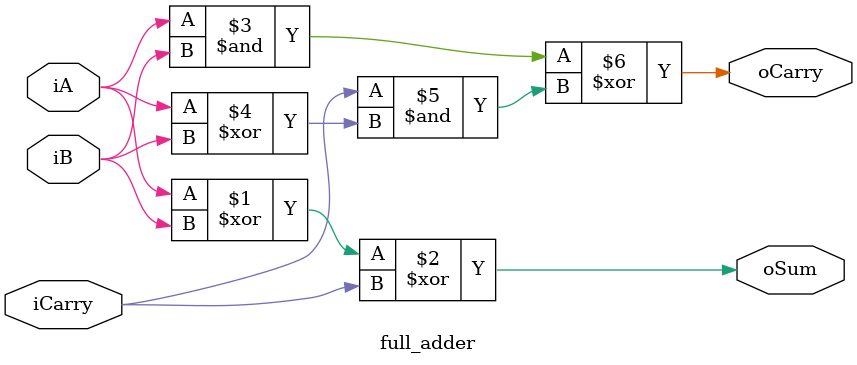
<source format=v>
`timescale 1ns / 1ps


module full_adder(
    input   wire    iA, iB, iCarry,
    output  wire    oSum, oCarry
    );
    
    assign oSum = (iA ^ iB) ^ iCarry;
    
    assign oCarry = (iA & iB) ^ (iCarry & (iA ^ iB));
    
endmodule

</source>
